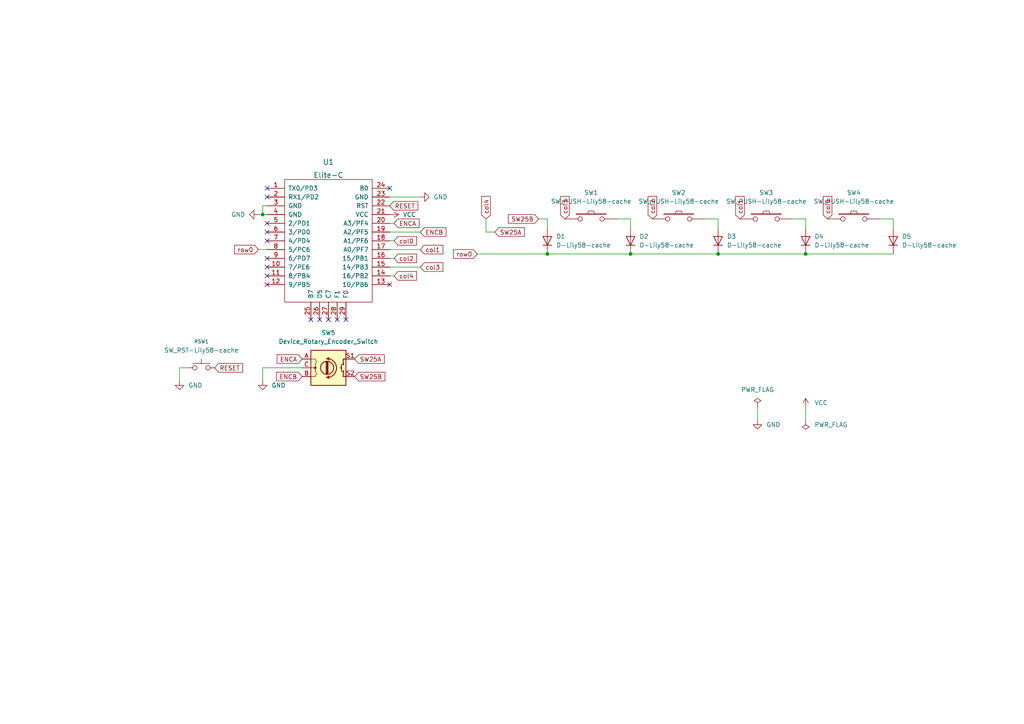
<source format=kicad_sch>
(kicad_sch (version 20211123) (generator eeschema)
  (paper "A4")
  (lib_symbols
    (symbol "SofleKeyboard-cache:Device_Rotary_Encoder_Switch" (pin_names (offset 0.254) hide)
      (property "Reference" "SW" (at 0 6.604 0))
      (property "Value" "Device_Rotary_Encoder_Switch" (at 0 -6.604 0))
      (symbol "Device_Rotary_Encoder_Switch_0_1"
        (rectangle (start -5.08 5.08) (end 5.08 -5.08) (stroke (width 0.254)) (fill (type background)))
        (circle (center -3.81 0) (radius 0.254) (fill (type outline)))
        (arc (start -0.381 -2.794) (mid 2.3622 -0.0635) (end -0.381 2.667) (stroke (width 0.254)))
        (circle (center -0.381 0) (radius 1.905) (stroke (width 0.254)))
        (polyline (pts (xy -0.635 -1.778) (xy -0.635 1.778)) (stroke (width 0.254)))
        (polyline (pts (xy -0.381 -1.778) (xy -0.381 1.778)) (stroke (width 0.254)))
        (polyline (pts (xy -0.127 1.778) (xy -0.127 -1.778)) (stroke (width 0.254)))
        (polyline (pts (xy 3.81 0) (xy 3.429 0)) (stroke (width 0.254)))
        (polyline (pts (xy 3.81 1.016) (xy 3.81 -1.016)) (stroke (width 0.254)))
        (polyline (pts (xy -5.08 -2.54) (xy -3.81 -2.54) (xy -3.81 -2.032)))
        (polyline (pts (xy -5.08 2.54) (xy -3.81 2.54) (xy -3.81 2.032)))
        (polyline (pts (xy 0.254 -3.048) (xy -0.508 -2.794) (xy 0.127 -2.413)) (stroke (width 0.254)))
        (polyline (pts (xy 0.254 2.921) (xy -0.508 2.667) (xy 0.127 2.286)) (stroke (width 0.254)))
        (polyline (pts (xy 5.08 -2.54) (xy 4.318 -2.54) (xy 4.318 -1.016)) (stroke (width 0.254)))
        (polyline (pts (xy 5.08 2.54) (xy 4.318 2.54) (xy 4.318 1.016)) (stroke (width 0.254)))
        (polyline (pts (xy -5.08 0) (xy -3.81 0) (xy -3.81 -1.016) (xy -3.302 -2.032)))
        (polyline (pts (xy -4.318 0) (xy -3.81 0) (xy -3.81 1.016) (xy -3.302 2.032)))
        (circle (center 4.318 -1.016) (radius 0.127) (stroke (width 0.254)))
        (circle (center 4.318 1.016) (radius 0.127) (stroke (width 0.254)))
      )
      (symbol "Device_Rotary_Encoder_Switch_1_1"
        (pin passive line (at -7.62 2.54 0) (length 2.54) (name "A") (number "A"))
        (pin passive line (at -7.62 -2.54 0) (length 2.54) (name "B") (number "B"))
        (pin passive line (at -7.62 0 0) (length 2.54) (name "C") (number "C"))
        (pin passive line (at 7.62 2.54 180) (length 2.54) (name "S1") (number "S1"))
        (pin passive line (at 7.62 -2.54 180) (length 2.54) (name "S2") (number "S2"))
      )
    )
    (symbol "SofleKeyboard-rescue:D-Lily58-cache" (pin_numbers hide) (pin_names (offset 1.016) hide)
      (property "Reference" "D" (at 0 2.54 0))
      (property "Value" "D-Lily58-cache" (at 0 -2.54 0))
      (symbol "D-Lily58-cache_0_1"
        (polyline (pts (xy -1.27 1.27) (xy -1.27 -1.27)) (stroke (width 0.2032)))
        (polyline (pts (xy 1.27 0) (xy -1.27 0)))
        (polyline (pts (xy 1.27 1.27) (xy 1.27 -1.27) (xy -1.27 0) (xy 1.27 1.27)) (stroke (width 0.2032)))
      )
      (symbol "D-Lily58-cache_1_1"
        (pin passive line (at -3.81 0 0) (length 2.54) (name "K") (number "1"))
        (pin passive line (at 3.81 0 180) (length 2.54) (name "A") (number "2"))
      )
    )
    (symbol "SofleKeyboard-rescue:SW_PUSH-Lily58-cache" (pin_numbers hide) (pin_names (offset 1.016) hide)
      (property "Reference" "SW" (at 3.81 2.794 0))
      (property "Value" "SW_PUSH-Lily58-cache" (at 0 -2.032 0))
      (symbol "SW_PUSH-Lily58-cache_0_1"
        (rectangle (start -4.318 1.27) (end 4.318 1.524))
        (polyline (pts (xy -1.016 1.524) (xy -0.762 2.286) (xy 0.762 2.286) (xy 1.016 1.524)))
        (pin passive inverted (at -7.62 0 0) (length 5.08) (name "1") (number "1"))
        (pin passive inverted (at 7.62 0 180) (length 5.08) (name "2") (number "2"))
      )
    )
    (symbol "SofleKeyboard-rescue:SW_RST-Lily58-cache" (pin_numbers hide) (pin_names (offset 1.016) hide)
      (property "Reference" "RSW" (at 2.54 2.54 0))
      (property "Value" "SW_RST-Lily58-cache" (at 0 -2.54 0))
      (symbol "SW_RST-Lily58-cache_0_1"
        (polyline (pts (xy -2.54 1.27) (xy 2.54 1.27)))
        (polyline (pts (xy 0 2.54) (xy 0 1.27)))
        (pin passive inverted (at -3.81 0 0) (length 2.54) (name "1") (number "1"))
        (pin passive inverted (at 3.81 0 180) (length 2.54) (name "2") (number "2"))
      )
    )
    (symbol "keebio:Elite-C" (pin_names (offset 1.016))
      (property "Reference" "U" (at 0 0 0))
      (property "Value" "Elite-C" (at 0 2.54 0))
      (symbol "Elite-C_0_1"
        (rectangle (start 12.7 -19.05) (end -12.7 16.51))
      )
      (symbol "Elite-C_1_1"
        (pin input line (at -17.78 13.97 0) (length 5.08) (name "TX0/PD3") (number "1"))
        (pin input line (at -17.78 -8.89 0) (length 5.08) (name "7/PE6") (number "10"))
        (pin input line (at -17.78 -11.43 0) (length 5.08) (name "8/PB4") (number "11"))
        (pin input line (at -17.78 -13.97 0) (length 5.08) (name "9/PB5") (number "12"))
        (pin input line (at 17.78 -13.97 180) (length 5.08) (name "10/PB6") (number "13"))
        (pin input line (at 17.78 -11.43 180) (length 5.08) (name "16/PB2") (number "14"))
        (pin input line (at 17.78 -8.89 180) (length 5.08) (name "14/PB3") (number "15"))
        (pin input line (at 17.78 -6.35 180) (length 5.08) (name "15/PB1") (number "16"))
        (pin input line (at 17.78 -3.81 180) (length 5.08) (name "A0/PF7") (number "17"))
        (pin input line (at 17.78 -1.27 180) (length 5.08) (name "A1/PF6") (number "18"))
        (pin input line (at 17.78 1.27 180) (length 5.08) (name "A2/PF5") (number "19"))
        (pin input line (at -17.78 11.43 0) (length 5.08) (name "RX1/PD2") (number "2"))
        (pin input line (at 17.78 3.81 180) (length 5.08) (name "A3/PF4") (number "20"))
        (pin input line (at 17.78 6.35 180) (length 5.08) (name "VCC") (number "21"))
        (pin input line (at 17.78 8.89 180) (length 5.08) (name "RST") (number "22"))
        (pin input line (at 17.78 11.43 180) (length 5.08) (name "GND") (number "23"))
        (pin input line (at 17.78 13.97 180) (length 5.08) (name "B0") (number "24"))
        (pin input line (at -5.08 -24.13 90) (length 5.08) (name "B7") (number "25"))
        (pin input line (at -2.54 -24.13 90) (length 5.08) (name "D5") (number "26"))
        (pin input line (at 0 -24.13 90) (length 5.08) (name "C7") (number "27"))
        (pin input line (at 2.54 -24.13 90) (length 5.08) (name "F1") (number "28"))
        (pin input line (at 5.08 -24.13 90) (length 5.08) (name "F0") (number "29"))
        (pin input line (at -17.78 8.89 0) (length 5.08) (name "GND") (number "3"))
        (pin input line (at -17.78 6.35 0) (length 5.08) (name "GND") (number "4"))
        (pin input line (at -17.78 3.81 0) (length 5.08) (name "2/PD1") (number "5"))
        (pin input line (at -17.78 1.27 0) (length 5.08) (name "3/PD0") (number "6"))
        (pin input line (at -17.78 -1.27 0) (length 5.08) (name "4/PD4") (number "7"))
        (pin input line (at -17.78 -3.81 0) (length 5.08) (name "5/PC6") (number "8"))
        (pin input line (at -17.78 -6.35 0) (length 5.08) (name "6/PD7") (number "9"))
      )
    )
    (symbol "power:GND" (power) (pin_names (offset 0))
      (property "Value" "GND" (at 0 -3.81 0))
      (symbol "GND_0_1"
        (polyline (pts (xy 0 0) (xy 0 -1.27) (xy 1.27 -1.27) (xy 0 -2.54) (xy -1.27 -1.27) (xy 0 -1.27)))
      )
      (symbol "GND_1_1"
        (pin power_in line (at 0 0 270) (length 0) hide (name "GND") (number "1"))
      )
    )
    (symbol "power:PWR_FLAG" (power) (pin_numbers hide) (pin_names (offset 0) hide)
      (property "Value" "PWR_FLAG" (at 0 3.81 0))
      (symbol "PWR_FLAG_0_0"
        (pin power_out line (at 0 0 90) (length 0) (name "pwr") (number "1"))
      )
      (symbol "PWR_FLAG_0_1"
        (polyline (pts (xy 0 0) (xy 0 1.27) (xy -1.016 1.905) (xy 0 2.54) (xy 1.016 1.905) (xy 0 1.27)))
      )
    )
    (symbol "power:VCC" (power) (pin_names (offset 0))
      (property "Value" "VCC" (at 0 3.81 0))
      (symbol "VCC_0_1"
        (polyline (pts (xy -0.762 1.27) (xy 0 2.54)))
        (polyline (pts (xy 0 0) (xy 0 2.54)))
        (polyline (pts (xy 0 2.54) (xy 0.762 1.27)))
      )
      (symbol "VCC_1_1"
        (pin power_in line (at 0 0 90) (length 0) hide (name "VCC") (number "1"))
      )
    )
  )
  (junction (at 76.2 62.23))
  (junction (at 233.68 73.66))
  (junction (at 182.88 73.66))
  (junction (at 158.75 73.66))
  (junction (at 208.28 73.66))
  (no_connect (at 77.47 54.61))
  (no_connect (at 77.47 67.31))
  (no_connect (at 77.47 64.77))
  (no_connect (at 77.47 57.15))
  (no_connect (at 77.47 69.85))
  (no_connect (at 113.03 54.61))
  (no_connect (at 77.47 82.55))
  (no_connect (at 77.47 80.01))
  (no_connect (at 77.47 77.47))
  (no_connect (at 77.47 74.93))
  (no_connect (at 113.03 82.55))
  (no_connect (at 90.17 92.71))
  (no_connect (at 92.71 92.71))
  (no_connect (at 95.25 92.71))
  (no_connect (at 97.79 92.71))
  (no_connect (at 100.33 92.71))
  (wire (pts (xy 76.2 106.68) (xy 76.2 110.49)))
  (wire (pts (xy 179.07 63.5) (xy 182.88 63.5)))
  (wire (pts (xy 140.97 63.5) (xy 140.97 67.31)))
  (wire (pts (xy 233.68 63.5) (xy 233.68 66.04)))
  (wire (pts (xy 182.88 73.66) (xy 208.28 73.66)))
  (wire (pts (xy 156.21 63.5) (xy 158.75 63.5)))
  (wire (pts (xy 121.92 72.39) (xy 113.03 72.39)))
  (wire (pts (xy 208.28 73.66) (xy 233.68 73.66)))
  (wire (pts (xy 76.2 62.23) (xy 77.47 62.23)))
  (wire (pts (xy 233.68 73.66) (xy 259.08 73.66)))
  (wire (pts (xy 208.28 63.5) (xy 208.28 66.04)))
  (wire (pts (xy 204.47 63.5) (xy 208.28 63.5)))
  (wire (pts (xy 114.3 64.77) (xy 113.03 64.77)))
  (wire (pts (xy 52.07 106.68) (xy 52.07 110.49)))
  (wire (pts (xy 140.97 67.31) (xy 143.51 67.31)))
  (wire (pts (xy 233.68 118.11) (xy 233.68 121.92)))
  (wire (pts (xy 114.3 74.93) (xy 113.03 74.93)))
  (wire (pts (xy 121.92 57.15) (xy 113.03 57.15)))
  (wire (pts (xy 113.03 80.01) (xy 114.3 80.01)))
  (wire (pts (xy 74.93 72.39) (xy 77.47 72.39)))
  (wire (pts (xy 114.3 69.85) (xy 113.03 69.85)))
  (wire (pts (xy 77.47 59.69) (xy 76.2 59.69)))
  (wire (pts (xy 74.93 62.23) (xy 76.2 62.23)))
  (wire (pts (xy 87.63 106.68) (xy 76.2 106.68)))
  (wire (pts (xy 158.75 63.5) (xy 158.75 66.04)))
  (wire (pts (xy 158.75 73.66) (xy 182.88 73.66)))
  (wire (pts (xy 182.88 63.5) (xy 182.88 66.04)))
  (wire (pts (xy 76.2 59.69) (xy 76.2 62.23)))
  (wire (pts (xy 229.87 63.5) (xy 233.68 63.5)))
  (wire (pts (xy 255.27 63.5) (xy 259.08 63.5)))
  (wire (pts (xy 219.71 118.11) (xy 219.71 121.92)))
  (wire (pts (xy 54.61 106.68) (xy 52.07 106.68)))
  (wire (pts (xy 138.43 73.66) (xy 158.75 73.66)))
  (wire (pts (xy 121.92 77.47) (xy 113.03 77.47)))
  (wire (pts (xy 121.92 67.31) (xy 113.03 67.31)))
  (wire (pts (xy 259.08 63.5) (xy 259.08 66.04)))
  (global_label "col2" (shape input) (at 114.3 74.93 0) (property "Intersheet References" "${INTERSHEET_REFS}" (effects hide)))
  (global_label "col1" (shape input) (at 214.63 63.5 90) (property "Intersheet References" "${INTERSHEET_REFS}" (effects hide)))
  (global_label "SW25A" (shape input) (at 143.51 67.31 0) (property "Intersheet References" "${INTERSHEET_REFS}" (effects hide)))
  (global_label "SW25B" (shape input) (at 156.21 63.5 180) (property "Intersheet References" "${INTERSHEET_REFS}" (effects hide)))
  (global_label "col2" (shape input) (at 189.23 63.5 90) (property "Intersheet References" "${INTERSHEET_REFS}" (effects hide)))
  (global_label "col4" (shape input) (at 140.97 63.5 90) (property "Intersheet References" "${INTERSHEET_REFS}" (effects hide)))
  (global_label "col1" (shape input) (at 121.92 72.39 0) (property "Intersheet References" "${INTERSHEET_REFS}" (effects hide)))
  (global_label "col0" (shape input) (at 240.03 63.5 90) (property "Intersheet References" "${INTERSHEET_REFS}" (effects hide)))
  (global_label "col3" (shape input) (at 121.92 77.47 0) (property "Intersheet References" "${INTERSHEET_REFS}" (effects hide)))
  (global_label "ENCA" (shape input) (at 87.63 104.14 180) (property "Intersheet References" "${INTERSHEET_REFS}" (effects hide)))
  (global_label "ENCB" (shape input) (at 121.92 67.31 0) (property "Intersheet References" "${INTERSHEET_REFS}" (effects hide)))
  (global_label "row0" (shape input) (at 74.93 72.39 180) (property "Intersheet References" "${INTERSHEET_REFS}" (effects hide)))
  (global_label "col3" (shape input) (at 163.83 63.5 90) (property "Intersheet References" "${INTERSHEET_REFS}" (effects hide)))
  (global_label "ENCA" (shape input) (at 114.3 64.77 0) (property "Intersheet References" "${INTERSHEET_REFS}" (effects hide)))
  (global_label "ENCB" (shape input) (at 87.63 109.22 180) (property "Intersheet References" "${INTERSHEET_REFS}" (effects hide)))
  (global_label "RESET" (shape input) (at 113.03 59.69 0) (property "Intersheet References" "${INTERSHEET_REFS}" (effects hide)))
  (global_label "RESET" (shape input) (at 62.23 106.68 0) (property "Intersheet References" "${INTERSHEET_REFS}" (effects hide)))
  (global_label "col4" (shape input) (at 114.3 80.01 0) (property "Intersheet References" "${INTERSHEET_REFS}" (effects hide)))
  (global_label "row0" (shape input) (at 138.43 73.66 180) (property "Intersheet References" "${INTERSHEET_REFS}" (effects hide)))
  (global_label "col0" (shape input) (at 114.3 69.85 0) (property "Intersheet References" "${INTERSHEET_REFS}" (effects hide)))
  (global_label "SW25B" (shape input) (at 102.87 109.22 0) (property "Intersheet References" "${INTERSHEET_REFS}" (effects hide)))
  (global_label "SW25A" (shape input) (at 102.87 104.14 0) (property "Intersheet References" "${INTERSHEET_REFS}" (effects hide)))
  (symbol (lib_id "SofleKeyboard-rescue:SW_PUSH-Lily58-cache") (at 196.85 63.5 0) (unit 1)
    (property "Reference" "SW2" (at 196.85 55.88 0))
    (property "Value" "SW_PUSH-Lily58-cache" (at 196.85 58.42 0))
    (property "Footprint" "SofleKeyboard-footprint:CherryMX_Hotswap" (effects hide))
  )
  (symbol (lib_id "power:GND") (at 76.2 110.49 0) (unit 1)
    (property "Reference" "#PWR0104" (effects hide))
    (property "Value" "GND" (at 78.74 111.7599 0) (effects (justify left)))
  )
  (symbol (lib_id "SofleKeyboard-rescue:D-Lily58-cache") (at 259.08 69.85 90) (unit 1)
    (property "Reference" "D5" (at 261.62 68.5799 90) (effects (justify right)))
    (property "Value" "D-Lily58-cache" (at 261.62 71.1199 90) (effects (justify right)))
    (property "Footprint" "SofleKeyboard-footprint:Diode_SOD123" (effects hide))
  )
  (symbol (lib_id "power:PWR_FLAG") (at 219.71 118.11 0) (unit 1)
    (property "Reference" "#FLG0101" (effects hide))
    (property "Value" "PWR_FLAG" (at 219.71 113.03 0))
  )
  (symbol (lib_id "SofleKeyboard-rescue:D-Lily58-cache") (at 233.68 69.85 90) (unit 1)
    (property "Reference" "D4" (at 236.22 68.5799 90) (effects (justify right)))
    (property "Value" "D-Lily58-cache" (at 236.22 71.1199 90) (effects (justify right)))
    (property "Footprint" "SofleKeyboard-footprint:Diode_SOD123" (effects hide))
  )
  (symbol (lib_id "SofleKeyboard-rescue:D-Lily58-cache") (at 158.75 69.85 90) (unit 1)
    (property "Reference" "D1" (at 161.29 68.5799 90) (effects (justify right)))
    (property "Value" "D-Lily58-cache" (at 161.29 71.1199 90) (effects (justify right)))
    (property "Footprint" "SofleKeyboard-footprint:Diode_SOD123" (effects hide))
  )
  (symbol (lib_id "power:VCC") (at 233.68 118.11 0) (unit 1)
    (property "Reference" "#PWR0107" (effects hide))
    (property "Value" "VCC" (at 236.22 116.8399 0) (effects (justify left)))
  )
  (symbol (lib_id "SofleKeyboard-cache:Device_Rotary_Encoder_Switch") (at 95.25 106.68 0) (unit 1)
    (property "Reference" "SW5" (at 95.25 96.52 0))
    (property "Value" "Device_Rotary_Encoder_Switch" (at 95.25 99.06 0))
    (property "Footprint" "SofleKeyboard-footprint:RotaryEncoder_Alps_EC11E-Switch_Vertical_H20mm-keebio_modified" (effects hide))
  )
  (symbol (lib_id "SofleKeyboard-rescue:SW_PUSH-Lily58-cache") (at 222.25 63.5 0) (unit 1)
    (property "Reference" "SW3" (at 222.25 55.88 0))
    (property "Value" "SW_PUSH-Lily58-cache" (at 222.25 58.42 0))
    (property "Footprint" "SofleKeyboard-footprint:CherryMX_Hotswap" (effects hide))
  )
  (symbol (lib_id "SofleKeyboard-rescue:SW_RST-Lily58-cache") (at 58.42 106.68 0) (unit 1)
    (property "Reference" "RSW1" (at 58.42 99.06 0) (effects (font (size 1.016 1.016))))
    (property "Value" "SW_RST-Lily58-cache" (at 58.42 101.6 0))
    (property "Footprint" "SofleKeyboard-footprint:TACT_SWITCH_TVBP06" (effects hide))
  )
  (symbol (lib_id "SofleKeyboard-rescue:SW_PUSH-Lily58-cache") (at 247.65 63.5 0) (unit 1)
    (property "Reference" "SW4" (at 247.65 55.88 0))
    (property "Value" "SW_PUSH-Lily58-cache" (at 247.65 58.42 0))
    (property "Footprint" "SofleKeyboard-footprint:CherryMX_Hotswap" (effects hide))
  )
  (symbol (lib_id "power:GND") (at 121.92 57.15 90) (unit 1)
    (property "Reference" "#PWR0102" (effects hide))
    (property "Value" "GND" (at 125.73 57.1499 90) (effects (justify right)))
  )
  (symbol (lib_id "power:GND") (at 219.71 121.92 0) (unit 1)
    (property "Reference" "#PWR0106" (effects hide))
    (property "Value" "GND" (at 222.25 123.1899 0) (effects (justify left)))
  )
  (symbol (lib_id "power:GND") (at 52.07 110.49 0) (unit 1)
    (property "Reference" "#PWR0105" (effects hide))
    (property "Value" "GND" (at 54.61 111.7599 0) (effects (justify left)))
  )
  (symbol (lib_id "power:GND") (at 74.93 62.23 270) (unit 1)
    (property "Reference" "#PWR0103" (effects hide))
    (property "Value" "GND" (at 71.12 62.2299 90) (effects (justify right)))
  )
  (symbol (lib_id "power:PWR_FLAG") (at 233.68 121.92 180) (unit 1)
    (property "Reference" "#FLG0102" (effects hide))
    (property "Value" "PWR_FLAG" (at 236.22 123.1899 0) (effects (justify right)))
  )
  (symbol (lib_id "SofleKeyboard-rescue:D-Lily58-cache") (at 182.88 69.85 90) (unit 1)
    (property "Reference" "D2" (at 185.42 68.5799 90) (effects (justify right)))
    (property "Value" "D-Lily58-cache" (at 185.42 71.1199 90) (effects (justify right)))
    (property "Footprint" "SofleKeyboard-footprint:Diode_SOD123" (effects hide))
  )
  (symbol (lib_id "keebio:Elite-C") (at 95.25 68.58 0) (unit 1)
    (property "Reference" "U1" (at 95.25 46.99 0) (effects (font (size 1.524 1.524))))
    (property "Value" "Elite-C" (at 95.25 50.8 0) (effects (font (size 1.524 1.524))))
    (property "Footprint" "Keebio-Parts:Elite-C" (effects hide))
  )
  (symbol (lib_id "SofleKeyboard-rescue:D-Lily58-cache") (at 208.28 69.85 90) (unit 1)
    (property "Reference" "D3" (at 210.82 68.5799 90) (effects (justify right)))
    (property "Value" "D-Lily58-cache" (at 210.82 71.1199 90) (effects (justify right)))
    (property "Footprint" "SofleKeyboard-footprint:Diode_SOD123" (effects hide))
  )
  (symbol (lib_id "power:VCC") (at 113.03 62.23 270) (unit 1)
    (property "Reference" "#PWR0101" (effects hide))
    (property "Value" "VCC" (at 116.84 62.2299 90) (effects (justify left)))
  )
  (symbol (lib_id "SofleKeyboard-rescue:SW_PUSH-Lily58-cache") (at 171.45 63.5 0) (unit 1)
    (property "Reference" "SW1" (at 171.45 55.88 0))
    (property "Value" "SW_PUSH-Lily58-cache" (at 171.45 58.42 0))
    (property "Footprint" "SofleKeyboard-footprint:CherryMX_Hotswap" (effects hide))
  )
)
</source>
